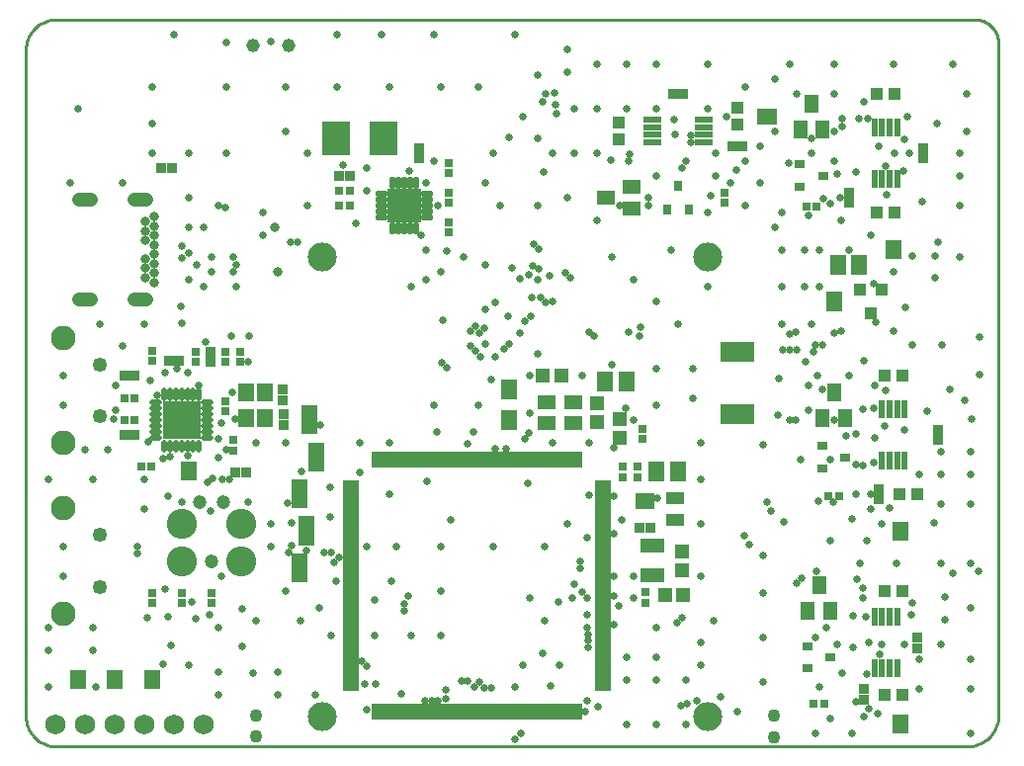
<source format=gbr>
G04 EAGLE Gerber RS-274X export*
G75*
%MOMM*%
%FSLAX34Y34*%
%LPD*%
%INSoldermask Bottom*%
%IPPOS*%
%AMOC8*
5,1,8,0,0,1.08239X$1,22.5*%
G01*
%ADD10C,2.489200*%
%ADD11R,1.503200X1.253200*%
%ADD12R,0.503200X1.403200*%
%ADD13R,1.403200X0.503200*%
%ADD14R,0.703200X0.703200*%
%ADD15R,1.203200X1.153200*%
%ADD16R,1.153200X1.203200*%
%ADD17R,2.003200X1.203200*%
%ADD18R,1.503200X1.103200*%
%ADD19R,0.838200X1.473200*%
%ADD20R,1.473200X0.838200*%
%ADD21R,1.003200X1.103200*%
%ADD22R,1.353200X1.653200*%
%ADD23R,2.997200X1.701800*%
%ADD24C,1.193800*%
%ADD25C,2.578100*%
%ADD26R,0.823200X0.823200*%
%ADD27C,1.153200*%
%ADD28C,0.222334*%
%ADD29R,2.903200X2.903200*%
%ADD30R,2.489200X2.997200*%
%ADD31C,1.103200*%
%ADD32C,1.727200*%
%ADD33C,0.807200*%
%ADD34C,1.203200*%
%ADD35C,0.483200*%
%ADD36R,3.303200X3.303200*%
%ADD37R,1.530000X0.510000*%
%ADD38R,1.003200X1.003200*%
%ADD39R,1.603200X1.153200*%
%ADD40R,0.803200X0.903200*%
%ADD41R,0.510000X1.530000*%
%ADD42R,1.153200X1.603200*%
%ADD43R,0.903200X0.803200*%
%ADD44C,1.253200*%
%ADD45C,2.103200*%
%ADD46R,1.353200X1.603200*%
%ADD47C,0.657200*%
%ADD48C,0.254000*%


D10*
X25400Y25400D03*
X355600Y25400D03*
X355600Y419100D03*
X25400Y419100D03*
D11*
X240100Y276500D03*
X217100Y276500D03*
X217100Y295000D03*
X240100Y295000D03*
D12*
X70234Y245414D03*
X75234Y245414D03*
X80234Y245414D03*
X85234Y245414D03*
X90234Y245414D03*
X95234Y245414D03*
X100234Y245414D03*
X105234Y245414D03*
X110234Y245414D03*
X115234Y245414D03*
X120234Y245414D03*
X125234Y245414D03*
X130234Y245414D03*
X135234Y245414D03*
X140234Y245414D03*
X145234Y245414D03*
X150234Y245414D03*
X155234Y245414D03*
X160234Y245414D03*
X165234Y245414D03*
X170234Y245414D03*
X175234Y245414D03*
X180234Y245414D03*
X185234Y245414D03*
X190234Y245414D03*
X195234Y245414D03*
X200234Y245414D03*
X205234Y245414D03*
X210234Y245414D03*
X215234Y245414D03*
X220234Y245414D03*
X225234Y245414D03*
X230234Y245414D03*
X235234Y245414D03*
X240234Y245414D03*
X245234Y245414D03*
D13*
X265734Y224914D03*
X265734Y219914D03*
X265734Y214914D03*
X265734Y209914D03*
X265734Y204914D03*
X265734Y199914D03*
X265734Y194914D03*
X265734Y189914D03*
X265734Y184914D03*
X265734Y179914D03*
X265734Y174914D03*
X265734Y169914D03*
X265734Y164914D03*
X265734Y159914D03*
X265734Y154914D03*
X265734Y149914D03*
X265734Y144914D03*
X265734Y139914D03*
X265734Y134914D03*
X265734Y129914D03*
X265734Y124914D03*
X265734Y119914D03*
X265734Y114914D03*
X265734Y109914D03*
X265734Y104914D03*
X265734Y99914D03*
X265734Y94914D03*
X265734Y89914D03*
X265734Y84914D03*
X265734Y79914D03*
X265734Y74914D03*
X265734Y69914D03*
X265734Y64914D03*
X265734Y59914D03*
X265734Y54914D03*
X265734Y49914D03*
D12*
X245234Y29414D03*
X240234Y29414D03*
X235234Y29414D03*
X230234Y29414D03*
X225234Y29414D03*
X220234Y29414D03*
X215234Y29414D03*
X210234Y29414D03*
X205234Y29414D03*
X200234Y29414D03*
X195234Y29414D03*
X190234Y29414D03*
X185234Y29414D03*
X180234Y29414D03*
X175234Y29414D03*
X170234Y29414D03*
X165234Y29414D03*
X160234Y29414D03*
X155234Y29414D03*
X150234Y29414D03*
X145234Y29414D03*
X140234Y29414D03*
X135234Y29414D03*
X130234Y29414D03*
X125234Y29414D03*
X120234Y29414D03*
X115234Y29414D03*
X110234Y29414D03*
X105234Y29414D03*
X100234Y29414D03*
X95234Y29414D03*
X90234Y29414D03*
X85234Y29414D03*
X80234Y29414D03*
X75234Y29414D03*
X70234Y29414D03*
D13*
X49734Y49914D03*
X49734Y54914D03*
X49734Y59914D03*
X49734Y64914D03*
X49734Y69914D03*
X49734Y74914D03*
X49734Y79914D03*
X49734Y84914D03*
X49734Y89914D03*
X49734Y94914D03*
X49734Y99914D03*
X49734Y104914D03*
X49734Y109914D03*
X49734Y114914D03*
X49734Y119914D03*
X49734Y124914D03*
X49734Y129914D03*
X49734Y134914D03*
X49734Y139914D03*
X49734Y144914D03*
X49734Y149914D03*
X49734Y154914D03*
X49734Y159914D03*
X49734Y164914D03*
X49734Y169914D03*
X49734Y174914D03*
X49734Y179914D03*
X49734Y184914D03*
X49734Y189914D03*
X49734Y194914D03*
X49734Y199914D03*
X49734Y204914D03*
X49734Y209914D03*
X49734Y214914D03*
X49734Y219914D03*
X49734Y224914D03*
D14*
X299974Y272216D03*
X299974Y263216D03*
D15*
X279908Y264542D03*
X279908Y280542D03*
D16*
X318644Y129540D03*
X334644Y129540D03*
D15*
X333502Y167004D03*
X333502Y151004D03*
D17*
X308102Y171504D03*
X308102Y146504D03*
D18*
X327152Y212954D03*
X327152Y193954D03*
D14*
X295402Y230704D03*
X295402Y239704D03*
X282702Y230704D03*
X282702Y239704D03*
D19*
X297688Y209804D03*
X305816Y209804D03*
D20*
X520700Y14986D03*
X520700Y23114D03*
X514350Y421386D03*
X514350Y429514D03*
D19*
X410464Y539750D03*
X402336Y539750D03*
D20*
X520700Y180086D03*
X520700Y188214D03*
X463550Y376936D03*
X463550Y385064D03*
D21*
X485800Y391000D03*
X504800Y391000D03*
X495300Y371000D03*
D22*
X485250Y412750D03*
X467250Y412750D03*
D23*
X381000Y284480D03*
X381000Y337820D03*
D24*
X-69850Y158750D03*
X-80000Y209550D03*
X-59700Y209550D03*
D25*
X-95250Y158750D03*
X-95250Y190500D03*
X-44450Y190500D03*
X-44450Y158750D03*
D14*
X-120650Y131500D03*
X-120650Y122500D03*
X-95250Y122500D03*
X-95250Y131500D03*
X-69850Y122500D03*
X-69850Y131500D03*
D20*
X185420Y283464D03*
X185420Y275336D03*
X185420Y309626D03*
X185420Y301498D03*
D14*
X133350Y440000D03*
X133350Y449000D03*
X39950Y476250D03*
X48950Y476250D03*
X39950Y463550D03*
X48950Y463550D03*
X133350Y490800D03*
X133350Y499800D03*
X133350Y474400D03*
X133350Y465400D03*
D26*
X107950Y503500D03*
X107950Y512500D03*
D27*
X-33796Y600202D03*
X-3796Y600202D03*
D28*
X110845Y474755D02*
X118755Y474755D01*
X118755Y472345D01*
X110845Y472345D01*
X110845Y474755D01*
X110845Y474457D02*
X118755Y474457D01*
X118755Y469755D02*
X110845Y469755D01*
X118755Y469755D02*
X118755Y467345D01*
X110845Y467345D01*
X110845Y469755D01*
X110845Y469457D02*
X118755Y469457D01*
X118755Y464755D02*
X110845Y464755D01*
X118755Y464755D02*
X118755Y462345D01*
X110845Y462345D01*
X110845Y464755D01*
X110845Y464457D02*
X118755Y464457D01*
X118755Y459755D02*
X110845Y459755D01*
X118755Y459755D02*
X118755Y457345D01*
X110845Y457345D01*
X110845Y459755D01*
X110845Y459457D02*
X118755Y459457D01*
X118755Y454755D02*
X110845Y454755D01*
X118755Y454755D02*
X118755Y452345D01*
X110845Y452345D01*
X110845Y454755D01*
X110845Y454457D02*
X118755Y454457D01*
X106455Y447955D02*
X106455Y440045D01*
X104045Y440045D01*
X104045Y447955D01*
X106455Y447955D01*
X106455Y442157D02*
X104045Y442157D01*
X104045Y444269D02*
X106455Y444269D01*
X106455Y446381D02*
X104045Y446381D01*
X101455Y447955D02*
X101455Y440045D01*
X99045Y440045D01*
X99045Y447955D01*
X101455Y447955D01*
X101455Y442157D02*
X99045Y442157D01*
X99045Y444269D02*
X101455Y444269D01*
X101455Y446381D02*
X99045Y446381D01*
X96455Y447955D02*
X96455Y440045D01*
X94045Y440045D01*
X94045Y447955D01*
X96455Y447955D01*
X96455Y442157D02*
X94045Y442157D01*
X94045Y444269D02*
X96455Y444269D01*
X96455Y446381D02*
X94045Y446381D01*
X91455Y447955D02*
X91455Y440045D01*
X89045Y440045D01*
X89045Y447955D01*
X91455Y447955D01*
X91455Y442157D02*
X89045Y442157D01*
X89045Y444269D02*
X91455Y444269D01*
X91455Y446381D02*
X89045Y446381D01*
X86455Y447955D02*
X86455Y440045D01*
X84045Y440045D01*
X84045Y447955D01*
X86455Y447955D01*
X86455Y442157D02*
X84045Y442157D01*
X84045Y444269D02*
X86455Y444269D01*
X86455Y446381D02*
X84045Y446381D01*
X79655Y452345D02*
X71745Y452345D01*
X71745Y454755D01*
X79655Y454755D01*
X79655Y452345D01*
X79655Y454457D02*
X71745Y454457D01*
X71745Y457345D02*
X79655Y457345D01*
X71745Y457345D02*
X71745Y459755D01*
X79655Y459755D01*
X79655Y457345D01*
X79655Y459457D02*
X71745Y459457D01*
X71745Y462345D02*
X79655Y462345D01*
X71745Y462345D02*
X71745Y464755D01*
X79655Y464755D01*
X79655Y462345D01*
X79655Y464457D02*
X71745Y464457D01*
X71745Y467345D02*
X79655Y467345D01*
X71745Y467345D02*
X71745Y469755D01*
X79655Y469755D01*
X79655Y467345D01*
X79655Y469457D02*
X71745Y469457D01*
X71745Y472345D02*
X79655Y472345D01*
X71745Y472345D02*
X71745Y474755D01*
X79655Y474755D01*
X79655Y472345D01*
X79655Y474457D02*
X71745Y474457D01*
X84045Y479145D02*
X84045Y487055D01*
X86455Y487055D01*
X86455Y479145D01*
X84045Y479145D01*
X84045Y481257D02*
X86455Y481257D01*
X86455Y483369D02*
X84045Y483369D01*
X84045Y485481D02*
X86455Y485481D01*
X89045Y487055D02*
X89045Y479145D01*
X89045Y487055D02*
X91455Y487055D01*
X91455Y479145D01*
X89045Y479145D01*
X89045Y481257D02*
X91455Y481257D01*
X91455Y483369D02*
X89045Y483369D01*
X89045Y485481D02*
X91455Y485481D01*
X94045Y487055D02*
X94045Y479145D01*
X94045Y487055D02*
X96455Y487055D01*
X96455Y479145D01*
X94045Y479145D01*
X94045Y481257D02*
X96455Y481257D01*
X96455Y483369D02*
X94045Y483369D01*
X94045Y485481D02*
X96455Y485481D01*
X99045Y487055D02*
X99045Y479145D01*
X99045Y487055D02*
X101455Y487055D01*
X101455Y479145D01*
X99045Y479145D01*
X99045Y481257D02*
X101455Y481257D01*
X101455Y483369D02*
X99045Y483369D01*
X99045Y485481D02*
X101455Y485481D01*
X104045Y487055D02*
X104045Y479145D01*
X104045Y487055D02*
X106455Y487055D01*
X106455Y479145D01*
X104045Y479145D01*
X104045Y481257D02*
X106455Y481257D01*
X106455Y483369D02*
X104045Y483369D01*
X104045Y485481D02*
X106455Y485481D01*
D29*
X95250Y463550D03*
D30*
X36690Y520700D03*
X77610Y520700D03*
D26*
X48950Y488950D03*
X39950Y488950D03*
D16*
X214250Y317500D03*
X230250Y317500D03*
D15*
X260350Y277750D03*
X260350Y293750D03*
D22*
X311802Y235204D03*
X329802Y235204D03*
X285606Y312166D03*
X267606Y312166D03*
D26*
X305998Y187198D03*
X296998Y187198D03*
D14*
X301752Y131754D03*
X301752Y122754D03*
D31*
X-31496Y8526D03*
X-31496Y26526D03*
D32*
X-127000Y19050D03*
X-152400Y19050D03*
X-76200Y19050D03*
X-101600Y19050D03*
X-177800Y19050D03*
X-203200Y19050D03*
D20*
X-120650Y53086D03*
X-120650Y61214D03*
D33*
X-119100Y397450D03*
X-126100Y401450D03*
X-126100Y409450D03*
X-119100Y405450D03*
X-119100Y413450D03*
X-126100Y417450D03*
X-119100Y421450D03*
X-119100Y429450D03*
X-126100Y433450D03*
X-119100Y437450D03*
X-126100Y441450D03*
X-126100Y449450D03*
X-119100Y445450D03*
X-119100Y453450D03*
D34*
X-125600Y468150D02*
X-135600Y468150D01*
X-135600Y382750D02*
X-125600Y382750D01*
X-172900Y382750D02*
X-182900Y382750D01*
X-182900Y468150D02*
X-172900Y468150D01*
D35*
X-80250Y260350D02*
X-80250Y254250D01*
X-85250Y254250D02*
X-85250Y260350D01*
X-90250Y260350D02*
X-90250Y254250D01*
X-95250Y254250D02*
X-95250Y260350D01*
X-100250Y260350D02*
X-100250Y254250D01*
X-105250Y254250D02*
X-105250Y260350D01*
X-110250Y260350D02*
X-110250Y254250D01*
X-114300Y264400D02*
X-120400Y264400D01*
X-120400Y269400D02*
X-114300Y269400D01*
X-114300Y274400D02*
X-120400Y274400D01*
X-120400Y279400D02*
X-114300Y279400D01*
X-114300Y284400D02*
X-120400Y284400D01*
X-120400Y289400D02*
X-114300Y289400D01*
X-114300Y294400D02*
X-120400Y294400D01*
X-110250Y298450D02*
X-110250Y304550D01*
X-105250Y304550D02*
X-105250Y298450D01*
X-100250Y298450D02*
X-100250Y304550D01*
X-95250Y304550D02*
X-95250Y298450D01*
X-90250Y298450D02*
X-90250Y304550D01*
X-85250Y304550D02*
X-85250Y298450D01*
X-80250Y298450D02*
X-80250Y304550D01*
X-76200Y294400D02*
X-70100Y294400D01*
X-70100Y289400D02*
X-76200Y289400D01*
X-76200Y284400D02*
X-70100Y284400D01*
X-70100Y279400D02*
X-76200Y279400D01*
X-76200Y274400D02*
X-70100Y274400D01*
X-70100Y269400D02*
X-76200Y269400D01*
X-76200Y264400D02*
X-70100Y264400D01*
D36*
X-95250Y279400D03*
D14*
X-135200Y279400D03*
X-144200Y279400D03*
X-129976Y239268D03*
X-120976Y239268D03*
X-45212Y338002D03*
X-45212Y329002D03*
X-57404Y329002D03*
X-57404Y338002D03*
D26*
X-103450Y495300D03*
X-112450Y495300D03*
X-106100Y330200D03*
X-97100Y330200D03*
D14*
X-50800Y253310D03*
X-50800Y262310D03*
D26*
X-48950Y234950D03*
X-39950Y234950D03*
X-135200Y266700D03*
X-144200Y266700D03*
X-135200Y317500D03*
X-144200Y317500D03*
X-70104Y329002D03*
X-70104Y338002D03*
X-8128Y275408D03*
X-8128Y284408D03*
X-8382Y305744D03*
X-8382Y296744D03*
D14*
X-120142Y339018D03*
X-120142Y330018D03*
X-82804Y329002D03*
X-82804Y338002D03*
X-144200Y298450D03*
X-135200Y298450D03*
D37*
X308300Y530300D03*
X308300Y523800D03*
X352300Y523800D03*
X352300Y530300D03*
X308300Y536800D03*
X352300Y536800D03*
X308300Y517300D03*
X352300Y517300D03*
D14*
X369570Y465400D03*
X369570Y474400D03*
D38*
X279400Y519550D03*
X279400Y534550D03*
D26*
X325700Y558800D03*
X334700Y558800D03*
D39*
X290400Y479400D03*
X290400Y460400D03*
X268400Y469900D03*
D40*
X339700Y459900D03*
X320700Y459900D03*
X330200Y479900D03*
D38*
X381000Y532250D03*
X381000Y547250D03*
D26*
X376500Y514350D03*
X385500Y514350D03*
D41*
X511250Y529900D03*
X504750Y529900D03*
X504750Y485900D03*
X511250Y485900D03*
X517750Y529900D03*
X517750Y485900D03*
X498250Y529900D03*
X498250Y485900D03*
D14*
X440000Y462280D03*
X449000Y462280D03*
D38*
X500500Y558800D03*
X515500Y558800D03*
D26*
X539750Y512500D03*
X539750Y503500D03*
D42*
X454000Y528750D03*
X435000Y528750D03*
X444500Y550750D03*
D43*
X434500Y479450D03*
X434500Y498450D03*
X454500Y488950D03*
D38*
X500500Y457200D03*
X515500Y457200D03*
D26*
X476250Y474400D03*
X476250Y465400D03*
D41*
X517600Y288600D03*
X511100Y288600D03*
X511100Y244600D03*
X517600Y244600D03*
X524100Y288600D03*
X524100Y244600D03*
X504600Y288600D03*
X504600Y244600D03*
D14*
X459050Y214630D03*
X468050Y214630D03*
D38*
X506850Y317500D03*
X521850Y317500D03*
D26*
X552450Y271200D03*
X552450Y262200D03*
D42*
X473050Y281100D03*
X454050Y281100D03*
X463550Y303100D03*
D43*
X453550Y238150D03*
X453550Y257150D03*
X473550Y247650D03*
D38*
X519550Y215900D03*
X534550Y215900D03*
D26*
X501650Y220400D03*
X501650Y211400D03*
D41*
X511250Y110800D03*
X504750Y110800D03*
X504750Y66800D03*
X511250Y66800D03*
X517750Y110800D03*
X517750Y66800D03*
X498250Y110800D03*
X498250Y66800D03*
D14*
X446350Y36830D03*
X455350Y36830D03*
D38*
X506850Y133350D03*
X521850Y133350D03*
D26*
X534670Y93146D03*
X534670Y84146D03*
D42*
X460350Y116000D03*
X441350Y116000D03*
X450850Y138000D03*
D43*
X440850Y66700D03*
X440850Y85700D03*
X460850Y76200D03*
D38*
X506850Y44450D03*
X521850Y44450D03*
D26*
X488950Y48950D03*
X488950Y39950D03*
D44*
X-165600Y181000D03*
X-165600Y136500D03*
D45*
X-196850Y203750D03*
X-196850Y113750D03*
D44*
X-165600Y327050D03*
X-165600Y282550D03*
D45*
X-196850Y349800D03*
X-196850Y259800D03*
D20*
X5588Y224536D03*
X5588Y216408D03*
X5588Y208280D03*
X20320Y256032D03*
X20320Y247904D03*
X20320Y239776D03*
X5588Y161036D03*
X5588Y152908D03*
X5588Y144780D03*
X11938Y192786D03*
X11938Y184658D03*
X11938Y176530D03*
D46*
X-23750Y281100D03*
X-39750Y281100D03*
X-39750Y303100D03*
X-23750Y303100D03*
D31*
X412242Y8018D03*
X412242Y26018D03*
D20*
X-152400Y53086D03*
X-152400Y61214D03*
X-184150Y53086D03*
X-184150Y61214D03*
X13970Y287782D03*
X13970Y279654D03*
X13970Y271526D03*
D14*
X-57404Y295838D03*
X-57404Y286838D03*
D20*
X-88646Y231902D03*
X-88646Y240030D03*
D47*
X42672Y497840D03*
X381000Y29972D03*
X209550Y463550D03*
X234950Y469900D03*
X171450Y508000D03*
X241300Y508000D03*
X196850Y539750D03*
X158750Y565150D03*
X127000Y565150D03*
X190500Y609600D03*
X120650Y609600D03*
X76200Y609600D03*
X38100Y609600D03*
X82550Y565150D03*
X38100Y565150D03*
X-6350Y565150D03*
X-19050Y603504D03*
X-57150Y603250D03*
X-57150Y565150D03*
X-101600Y609600D03*
X-57150Y508000D03*
X-6350Y527050D03*
X12700Y463550D03*
X12700Y508000D03*
X63500Y495300D03*
X63500Y476250D03*
X120650Y501650D03*
X114300Y425450D03*
X165100Y412750D03*
X188214Y409702D03*
X219964Y403352D03*
X204216Y368046D03*
X209550Y336550D03*
X203200Y285750D03*
X203200Y317500D03*
X247650Y317500D03*
X254000Y260350D03*
X222250Y260350D03*
X234950Y190500D03*
X215900Y171450D03*
X171450Y171450D03*
X127000Y171450D03*
X88900Y171450D03*
X63500Y171450D03*
X70358Y125476D03*
X127000Y133350D03*
X127000Y95250D03*
X69850Y95250D03*
X93218Y44704D03*
X190500Y50800D03*
X196850Y69850D03*
X228600Y69850D03*
X215900Y107950D03*
X203200Y127000D03*
X285750Y57150D03*
X311150Y57150D03*
X336550Y57150D03*
X349250Y69850D03*
X349250Y88900D03*
X311150Y76200D03*
X285750Y76200D03*
X311150Y101600D03*
X285750Y19050D03*
X311150Y19050D03*
X336550Y19050D03*
X19050Y44450D03*
X-12700Y44450D03*
X-63500Y44450D03*
X-63500Y63500D03*
X-12700Y63500D03*
X-63500Y101600D03*
X-88900Y69850D03*
X-104648Y86106D03*
X-209550Y50800D03*
X-168402Y50800D03*
X-171450Y82550D03*
X-209550Y82550D03*
X-209550Y101600D03*
X-171450Y101600D03*
X-196850Y146050D03*
X-196850Y171450D03*
X-196850Y292100D03*
X-196850Y317500D03*
X-209550Y228600D03*
X-171450Y228600D03*
X-177800Y254000D03*
X-158750Y254000D03*
X-127000Y228600D03*
X-127000Y203200D03*
X-95250Y209550D03*
X-38100Y209550D03*
X-19050Y190500D03*
X-19050Y171450D03*
X-6350Y133350D03*
X-31750Y107950D03*
X6350Y107950D03*
X82550Y215900D03*
X57150Y234950D03*
X31750Y196850D03*
X31750Y222250D03*
X-31750Y260350D03*
X-6350Y260350D03*
X-146050Y342900D03*
X-127000Y361950D03*
X-165100Y361950D03*
X-88900Y400050D03*
X-76200Y393700D03*
X-48514Y393700D03*
X-48260Y412750D03*
X-69850Y419100D03*
X-88900Y444500D03*
X-25400Y438150D03*
X-88900Y469900D03*
X-88900Y508000D03*
X-146050Y482600D03*
X-190500Y482600D03*
X-184150Y546100D03*
X-120650Y508000D03*
X-120650Y565150D03*
X-120650Y533400D03*
X330200Y361950D03*
X342900Y323850D03*
X311150Y381000D03*
X292100Y400050D03*
X273050Y419100D03*
X323850Y425450D03*
X355600Y393700D03*
X349250Y146050D03*
X349250Y190500D03*
X349250Y228600D03*
X349250Y260350D03*
X342900Y298450D03*
X311150Y323850D03*
X311150Y292100D03*
X292100Y279400D03*
X273558Y326898D03*
X184150Y368300D03*
X234950Y596900D03*
X234950Y577850D03*
X241300Y546100D03*
X165100Y482600D03*
X177800Y463550D03*
X209550Y520700D03*
X222250Y508000D03*
X146050Y419100D03*
X165100Y374650D03*
X128524Y364744D03*
X154686Y269240D03*
X123190Y268986D03*
X120650Y292100D03*
X158750Y292100D03*
X57150Y260350D03*
X82550Y260350D03*
X101600Y95250D03*
X63500Y31750D03*
X61976Y53594D03*
X-86106Y123444D03*
X-71628Y112776D03*
X-109220Y134366D03*
X185166Y521970D03*
X214884Y491744D03*
X292100Y146050D03*
X292100Y127000D03*
X-34036Y62484D03*
X281940Y193802D03*
X261874Y34036D03*
X-108966Y319786D03*
X-89916Y319786D03*
X-63754Y246888D03*
X-56896Y254000D03*
X279400Y120650D03*
X-121666Y313436D03*
X-151384Y309118D03*
X-74676Y346456D03*
X252476Y178816D03*
X251968Y112522D03*
X-60706Y276860D03*
X-104902Y248412D03*
X-52070Y303530D03*
X-95250Y362204D03*
X95250Y122158D03*
X32496Y165608D03*
X95250Y116348D03*
X26686Y165608D03*
X252476Y38608D03*
X-25400Y457200D03*
X-50800Y419100D03*
X-82550Y412750D03*
X114300Y400050D03*
X132080Y423926D03*
X312420Y212852D03*
X285496Y289560D03*
X-110744Y70104D03*
X-49276Y279908D03*
X-111252Y246126D03*
X275336Y214376D03*
X275336Y255524D03*
X33020Y94996D03*
X201168Y225552D03*
X275336Y145796D03*
X227584Y123952D03*
X135636Y193548D03*
X250444Y29464D03*
X220472Y51308D03*
X213868Y79248D03*
X275336Y129032D03*
X247904Y132080D03*
X239776Y127000D03*
X275336Y104140D03*
X252476Y127000D03*
X84328Y141732D03*
X37084Y141732D03*
X114808Y227076D03*
X491744Y61468D03*
X366776Y42672D03*
X209550Y400050D03*
X441965Y288285D03*
X448564Y149606D03*
X488279Y127230D03*
X485394Y537464D03*
X450850Y50800D03*
X470602Y62798D03*
X480060Y112014D03*
X488440Y240405D03*
X488696Y288544D03*
X287701Y501325D03*
X336550Y501650D03*
X460248Y464820D03*
X260350Y450850D03*
X304800Y463550D03*
X358394Y471424D03*
X387350Y463550D03*
X374650Y482600D03*
X387350Y501650D03*
X400050Y482600D03*
X327660Y523748D03*
X326390Y536702D03*
X260350Y508000D03*
X260350Y546100D03*
X260350Y584200D03*
X285750Y584200D03*
X285750Y546100D03*
X311150Y546100D03*
X311150Y584200D03*
X355600Y584200D03*
X355600Y546100D03*
X371602Y539750D03*
X387350Y565150D03*
X425450Y584200D03*
X463550Y584200D03*
X514350Y584200D03*
X565150Y584200D03*
X463550Y558800D03*
X463550Y527050D03*
X463550Y501650D03*
X444500Y508000D03*
X419100Y457200D03*
X419100Y425450D03*
X419100Y393700D03*
X419100Y361950D03*
X444500Y361950D03*
X438150Y393700D03*
X438150Y425450D03*
X450850Y425450D03*
X476250Y425450D03*
X450850Y393700D03*
X469900Y355600D03*
X488950Y330200D03*
X476250Y317500D03*
X442214Y309118D03*
X403098Y258572D03*
X409448Y201422D03*
X403098Y163322D03*
X403098Y131572D03*
X403098Y93472D03*
X403098Y55372D03*
X447548Y10922D03*
X479298Y10922D03*
X460248Y23622D03*
X493522Y32004D03*
X580898Y10922D03*
X580898Y49022D03*
X536448Y49022D03*
X536448Y74422D03*
X580898Y74422D03*
X555498Y87122D03*
X523748Y87122D03*
X493522Y88646D03*
X466598Y87122D03*
X504698Y87122D03*
X447548Y93472D03*
X530352Y122428D03*
X529844Y112268D03*
X558546Y108458D03*
X558546Y127508D03*
X580898Y118872D03*
X580898Y156972D03*
X555498Y156972D03*
X517398Y156972D03*
X485648Y156972D03*
X460248Y176022D03*
X491998Y176022D03*
X479298Y195072D03*
X495300Y203454D03*
X549148Y191008D03*
X511048Y203708D03*
X555498Y207772D03*
X555498Y233172D03*
X555498Y252222D03*
X580898Y252222D03*
X580898Y233172D03*
X580898Y207772D03*
X536448Y233172D03*
X523748Y271272D03*
X460248Y245872D03*
X434848Y245872D03*
X415798Y283972D03*
X498348Y309372D03*
X543560Y287020D03*
X562610Y306070D03*
X581660Y280670D03*
X588010Y318770D03*
X588010Y350520D03*
X556260Y344170D03*
X530860Y344170D03*
X524510Y375920D03*
X499110Y363220D03*
X549910Y401320D03*
X549910Y420370D03*
X530860Y420370D03*
X571246Y418846D03*
X571246Y463296D03*
X571246Y488696D03*
X571246Y507746D03*
X577596Y526796D03*
X577596Y558546D03*
X552196Y533146D03*
X526796Y539496D03*
X470408Y530860D03*
X466344Y490220D03*
X538988Y466852D03*
X469900Y450850D03*
X528574Y508000D03*
X524002Y519684D03*
X469138Y469646D03*
X439420Y329438D03*
X488950Y25400D03*
X500888Y28194D03*
X164576Y344424D03*
X163949Y358513D03*
X224282Y560070D03*
X209804Y574802D03*
X483616Y143002D03*
X435594Y144018D03*
X431800Y139700D03*
X488696Y135890D03*
X497327Y243327D03*
X345857Y38624D03*
X450342Y210058D03*
X406400Y209550D03*
X508000Y304800D03*
X212725Y384175D03*
X463337Y209337D03*
X504698Y190500D03*
X565150Y148606D03*
X587248Y149860D03*
X160782Y333756D03*
X160274Y354330D03*
X226060Y541528D03*
X214376Y551942D03*
X482854Y267716D03*
X507238Y274066D03*
X508000Y496790D03*
X337803Y36592D03*
X431006Y279400D03*
X431800Y339344D03*
X431038Y354838D03*
X470662Y537718D03*
X488950Y552450D03*
X216654Y380246D03*
X431800Y558800D03*
X412750Y444500D03*
X441960Y454660D03*
X552450Y431800D03*
X156194Y338328D03*
X156194Y359918D03*
X224790Y549656D03*
X216424Y558546D03*
X329020Y105786D03*
X523286Y492869D03*
X515171Y508000D03*
X501650Y514350D03*
X360426Y107950D03*
X495300Y438150D03*
X340725Y517398D03*
X332232Y34560D03*
X453390Y305816D03*
X453390Y343424D03*
X380238Y493776D03*
X355600Y457438D03*
X425450Y353044D03*
X425450Y339344D03*
X425450Y279400D03*
X272542Y502412D03*
X222250Y381000D03*
X400050Y514350D03*
X412750Y571500D03*
X152400Y342900D03*
X152400Y355600D03*
X419624Y339597D03*
X280114Y463552D03*
X311150Y488950D03*
X333248Y109982D03*
X449596Y317230D03*
X447834Y343408D03*
X514350Y406400D03*
X412750Y527050D03*
X514350Y355600D03*
X204922Y384612D03*
X445802Y337852D03*
X194564Y400812D03*
X173736Y379984D03*
X173736Y333248D03*
X149352Y259080D03*
X22860Y118364D03*
X206756Y429768D03*
X297688Y359156D03*
X252984Y84836D03*
X169672Y50292D03*
X113284Y39116D03*
X205232Y411480D03*
X287528Y355092D03*
X252984Y90424D03*
X164084Y50292D03*
X118872Y39116D03*
X210820Y425704D03*
X297180Y351028D03*
X252984Y96012D03*
X160020Y54864D03*
X124460Y39116D03*
X210820Y408940D03*
X198628Y363728D03*
X180848Y340360D03*
X-95504Y376428D03*
X169672Y313944D03*
X-38100Y329184D03*
X202184Y403860D03*
X194564Y354076D03*
X184912Y344424D03*
X35560Y157480D03*
X173736Y255016D03*
X237490Y401320D03*
X258064Y351028D03*
X240792Y139192D03*
X144272Y55880D03*
X59436Y72644D03*
X233172Y405892D03*
X254000Y355092D03*
X245872Y152400D03*
X149860Y55880D03*
X63500Y68580D03*
X251968Y101600D03*
X155956Y50800D03*
X71120Y53340D03*
X131826Y324612D03*
X127897Y328541D03*
X509111Y472871D03*
X482310Y38100D03*
X502553Y78881D03*
X482600Y215900D03*
X498602Y263906D03*
X495122Y216078D03*
X361950Y488950D03*
X361950Y508000D03*
X420624Y192532D03*
X341376Y523240D03*
X497332Y396240D03*
X424688Y499364D03*
X454660Y469392D03*
X575564Y296164D03*
X246380Y157988D03*
X131064Y48260D03*
X131064Y40640D03*
X195580Y11176D03*
X391160Y172482D03*
X-124968Y110236D03*
X202184Y268732D03*
X-106680Y213868D03*
X-107188Y110744D03*
X99060Y129032D03*
X-70104Y201168D03*
X-61468Y145796D03*
X198628Y263652D03*
X-83312Y109220D03*
X182372Y255016D03*
X39624Y161544D03*
X190500Y6350D03*
X387096Y180086D03*
X99822Y493014D03*
X124206Y463550D03*
X54356Y448056D03*
X109728Y437388D03*
X463550Y354330D03*
X127000Y406400D03*
X416306Y314960D03*
X101600Y393700D03*
X114300Y482600D03*
X275336Y182372D03*
X-43688Y85344D03*
X-43688Y117348D03*
X-1762Y431800D03*
X3794Y431800D03*
X-50800Y406400D03*
X-69850Y406400D03*
X-95250Y417950D03*
X-76200Y444229D03*
X-63500Y463550D03*
X-95250Y428228D03*
X-88900Y422672D03*
X-37592Y351028D03*
X-52832Y351028D03*
X-99060Y323088D03*
X333190Y495300D03*
X304800Y469900D03*
X288798Y507238D03*
X482600Y492310D03*
X492460Y537718D03*
X444500Y520700D03*
X482630Y241270D03*
X473710Y265684D03*
X463550Y279400D03*
X497332Y289306D03*
X479552Y85090D03*
X490982Y111252D03*
X457200Y101600D03*
X-151638Y287580D03*
X-153392Y280461D03*
X-57912Y461772D03*
X-133350Y171180D03*
X-133350Y165370D03*
X-762Y171958D03*
X-762Y191008D03*
X-54610Y228854D03*
X7620Y235204D03*
X-60166Y228600D03*
X-4064Y208280D03*
X-68604Y229846D03*
X-3318Y166302D03*
X-72787Y226171D03*
X11938Y167497D03*
D33*
X-12954Y406400D03*
X-15690Y444304D03*
D47*
X254000Y215392D03*
X23876Y274828D03*
X-63500Y263398D03*
X-90170Y248920D03*
X-115824Y300736D03*
X-80772Y309372D03*
X-123460Y260833D03*
D48*
X-228600Y25400D02*
X-228503Y23186D01*
X-228214Y20989D01*
X-227735Y18826D01*
X-227068Y16713D01*
X-226220Y14666D01*
X-225197Y12700D01*
X-224006Y10831D01*
X-222658Y9073D01*
X-221161Y7440D01*
X-219527Y5942D01*
X-217769Y4594D01*
X-215900Y3403D01*
X-213935Y2380D01*
X-211887Y1532D01*
X-209774Y865D01*
X-207611Y386D01*
X-205414Y97D01*
X-203200Y0D01*
X577850Y0D01*
X580174Y102D01*
X582481Y405D01*
X584753Y909D01*
X586972Y1608D01*
X589121Y2499D01*
X591185Y3573D01*
X593147Y4823D01*
X594993Y6240D01*
X596709Y7811D01*
X598280Y9527D01*
X599697Y11373D01*
X600947Y13335D01*
X602021Y15399D01*
X602912Y17548D01*
X603611Y19767D01*
X604115Y22039D01*
X604419Y24346D01*
X604520Y26670D01*
X604520Y602234D01*
X604444Y603983D01*
X604215Y605718D01*
X603836Y607427D01*
X603310Y609097D01*
X602640Y610714D01*
X601832Y612267D01*
X600891Y613743D01*
X599825Y615132D01*
X598643Y616423D01*
X597352Y617605D01*
X595963Y618671D01*
X594487Y619612D01*
X592934Y620420D01*
X591317Y621090D01*
X589647Y621616D01*
X587938Y621995D01*
X586203Y622224D01*
X584454Y622300D01*
X-203200Y622300D01*
X-205414Y622203D01*
X-207611Y621914D01*
X-209774Y621435D01*
X-211887Y620768D01*
X-213935Y619920D01*
X-215900Y618897D01*
X-217769Y617706D01*
X-219527Y616358D01*
X-221161Y614861D01*
X-222658Y613227D01*
X-224006Y611469D01*
X-225197Y609600D01*
X-226220Y607635D01*
X-227068Y605587D01*
X-227735Y603474D01*
X-228214Y601311D01*
X-228503Y599114D01*
X-228600Y596900D01*
X-228600Y25400D01*
M02*

</source>
